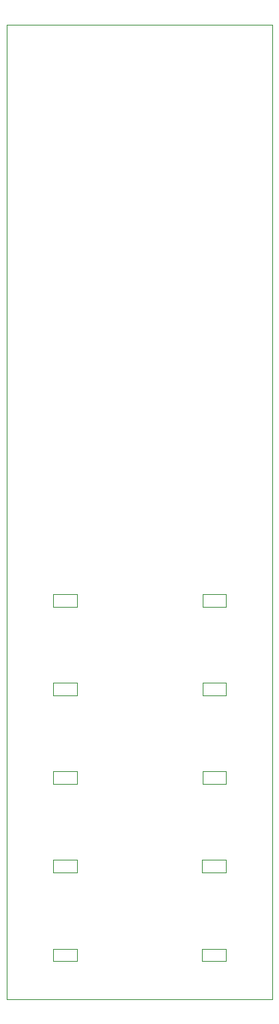
<source format=gbr>
%TF.GenerationSoftware,KiCad,Pcbnew,8.0.5+1*%
%TF.CreationDate,2024-11-27T03:26:14+08:00*%
%TF.ProjectId,MiniDiv v0.3 - Main,4d696e69-4469-4762-9076-302e33202d20,0.3*%
%TF.SameCoordinates,Original*%
%TF.FileFunction,Profile,NP*%
%FSLAX46Y46*%
G04 Gerber Fmt 4.6, Leading zero omitted, Abs format (unit mm)*
G04 Created by KiCad (PCBNEW 8.0.5+1) date 2024-11-27 03:26:14*
%MOMM*%
%LPD*%
G01*
G04 APERTURE LIST*
%TA.AperFunction,Profile*%
%ADD10C,0.100000*%
%TD*%
%TA.AperFunction,Profile*%
%ADD11C,0.050000*%
%TD*%
G04 APERTURE END LIST*
D10*
X90000000Y-49000000D02*
X120000000Y-49000000D01*
X120000000Y-159000000D01*
X90000000Y-159000000D01*
X90000000Y-49000000D01*
%TO.C,J10*%
D11*
X112075000Y-144700000D02*
X114775000Y-144700000D01*
X114775000Y-143300000D01*
X112075000Y-143300000D01*
X112075000Y-144700000D01*
%TO.C,J3*%
X97925000Y-123300000D02*
X95225000Y-123300000D01*
X95225000Y-124700000D01*
X97925000Y-124700000D01*
X97925000Y-123300000D01*
%TO.C,J11*%
X112075000Y-154700000D02*
X114775000Y-154700000D01*
X114775000Y-153300000D01*
X112075000Y-153300000D01*
X112075000Y-154700000D01*
%TO.C,J7*%
X112100000Y-114700000D02*
X114800000Y-114700000D01*
X114800000Y-113300000D01*
X112100000Y-113300000D01*
X112100000Y-114700000D01*
%TO.C,J2*%
X97925000Y-113300000D02*
X95225000Y-113300000D01*
X95225000Y-114700000D01*
X97925000Y-114700000D01*
X97925000Y-113300000D01*
%TO.C,J8*%
X112100000Y-124700000D02*
X114800000Y-124700000D01*
X114800000Y-123300000D01*
X112100000Y-123300000D01*
X112100000Y-124700000D01*
%TO.C,J5*%
X97900000Y-143300000D02*
X95200000Y-143300000D01*
X95200000Y-144700000D01*
X97900000Y-144700000D01*
X97900000Y-143300000D01*
%TO.C,J6*%
X97925000Y-153300000D02*
X95225000Y-153300000D01*
X95225000Y-154700000D01*
X97925000Y-154700000D01*
X97925000Y-153300000D01*
%TO.C,J4*%
X97900000Y-133300000D02*
X95200000Y-133300000D01*
X95200000Y-134700000D01*
X97900000Y-134700000D01*
X97900000Y-133300000D01*
%TO.C,J9*%
X112100000Y-134700000D02*
X114800000Y-134700000D01*
X114800000Y-133300000D01*
X112100000Y-133300000D01*
X112100000Y-134700000D01*
%TD*%
M02*

</source>
